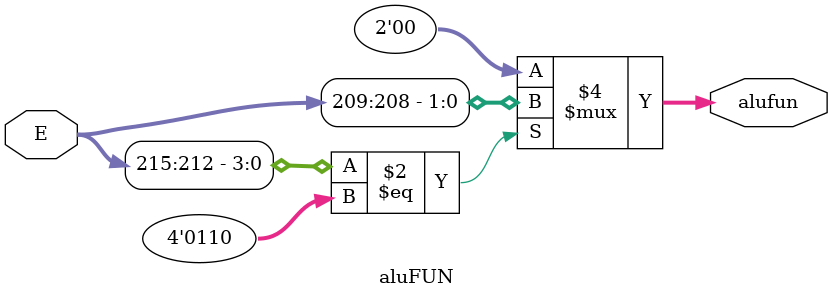
<source format=v>
`timescale 1ns/1ps 

module execute(input clk, input [216:0] E, input W_stat, input m_stat, output [63:0] e_valE, output [3:0] e_dstE, output [144:0] M);


reg cnd;
reg [2:0] cc;
initial begin cc = 0;
cnd = 0;
end

reg [63:0] e_valE;
reg [3:0] e_dstE;
reg [144:0] M;
wire [63:0] aluA;
wire [63:0] aluB;
wire [1:0] aluFun;
reg [63:0] valE;
reg [3:0] ifun;
// These modules finds the inputs for alu and the function or ifun
alu_A call1(E,aluA);
alu_B call2(E,aluB);
aluFUN call3(E,aluFun);
// set cc depends on the W_stat and m_stat
always @ (posedge clk)
begin
	if (E[215:212] != 6 && aluFun == 0)
		valE = aluA + aluB;
	else if (E[215:212] == 6)
	begin
		cc = 0;
		if(aluFun == 0)
		begin
			valE = aluA + aluB;
                //setting the condtion code register cc;
                if(valE == 0)
                        cc[0] = 1;
                if (valE[63]==1)
                        cc[1] =1;
                if( (valE[63]==1 && aluA[63]==0 && aluB[63]==0) || (valE[63]==0 && aluA[63]==1 && aluB[63]==1))
                        cc[2] =1;
                end
		else if (aluFun == 1)
		begin
			valE = aluB+(-aluA);
                //setting the condtion code register cc;
                if(valE == 0)
                        cc[0] = 1;
                if (valE[63]==1)
                        cc[1] =1;
                if( (valE[63]==1 && aluA[63]==0 && aluB[63]==0) || (valE[63]==0 && aluA[63]==1 && aluB[63]==1))
                        cc[2] =1;
                end
		else if (aluFun == 2)
		begin
			valE = aluB & aluA;
		if (valE ==  0) cc[0] = 1;
		end
		else if (aluFun == 3) 
		begin
			valE = aluB^aluA;
			if(valE == 0) cc[0] =1;
		end
	end
        // alu condition logic  
	if(E[215:212] == 7 || E[215:212] == 2)
	begin
        cnd = 0;  
	ifun = E[211:208];
        if(ifun == 1 && (cc[0] == 1 || (cc[1]==1 && cc[2] == 0)))
                cnd = 1;

        else if(ifun == 2 &&  (cc[1]==1 && cc[2] == 0))
                cnd = 1;
        else if(ifun == 3 && (cc[0] == 1 ))
                cnd = 1;
        else if(ifun == 4 && (cc[0] == 0))
                cnd = 1;
        else if(ifun == 5 && (cc[0] == 1 ||(cc[1] == 0 && cc[2] == 0)))
                cnd = 1;
        else if(ifun == 6 && (cc[1] == 0 && cc[2] == 0))
                cnd = 1;
	
	end
	M[144] = E[216];
	M[143:140] =E[215:212];
	M[139:136] = cnd;
	M[135:72] = valE;
	e_valE  = valE;
	M[71:8] = E[143:80];
	if((E[215:212] == 2 && cnd == 1) || (E[215:212] != 2))
	begin
		e_dstE = E[15:12];
		M[7:4] = E[15:12];
	end
	else
	begin
		e_dstE = 15;
		M[7:4] = 15;
	end
	M[3:0] = E[11:8];

	//$display("\n\n %h %h \n\n",M,E);
end
endmodule


module alu_A(input [216:0] E, output reg [63:0] aluA);
reg [3:0] icode;
always@(*)
begin
	icode = E[215:212];
	if(icode == 2 || icode == 6) aluA = E[143:80];
	if(icode == 3 || icode  == 4 || icode == 5) aluA = E[207:144];
	if(icode == 8 || icode == 10) aluA = 8;
	if(icode == 9 || icode == 11) aluA = -8;
end
endmodule

module alu_B(input [216:0] E,output reg[63:0] aluB);
reg [3:0]  icode;
always@ (*)
begin
	icode = E[215:212];
	if(icode == 4 || icode == 5 || icode == 6 || icode  == 8 || icode == 10 || icode == 11 || icode == 9) aluB = E[79:16];
	if(icode == 2 || icode == 3) aluB = 0;
end
endmodule

module aluFUN(input [216:0] E, output reg [1:0] alufun);
always @(*)
begin
	if(E[215:212] == 6) alufun = E[211:208];
	else alufun = 0;
end
endmodule

</source>
